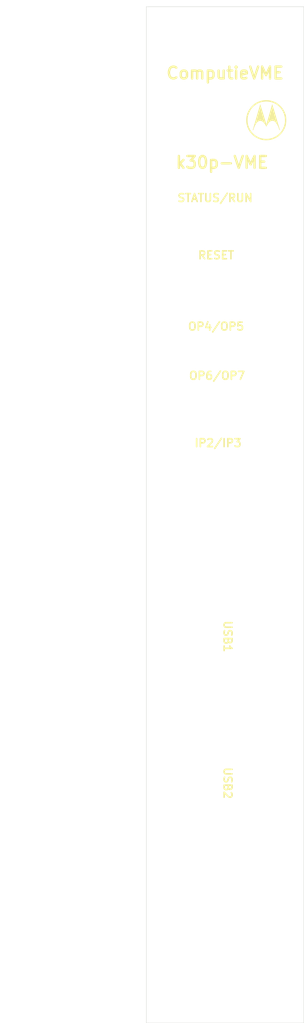
<source format=kicad_pcb>
(kicad_pcb (version 20240108) (generator "pcbnew") (generator_version "8.0")
  (layers (0 "F.Cu" signal) (31 "B.Cu" signal) (34 "B.Paste" user) (35 "F.Paste" user) (36 "B.SilkS" user "B.Silkscreen") (37 "F.SilkS" user "F.Silkscreen") (38 "B.Mask" user) (39 "F.Mask" user) (44 "Edge.Cuts" user))
  (net 0 "")
  (footprint "" (layer "F.Cu") (at 85.09 73.269)
    (property "Reference" "" (at 0 0 0) (layer "F.SilkS") (effects (font (size 1.27 1.27))))
    (property "Value" "")
    (pad "" np_thru_hole oval (at 0 0) (size 9 4.5) (drill oval 9 4.5) (layers "F&B.Cu" "*.Mask"))
  )
  (footprint "" (layer "F.Cu") (at 85.09 87.529)
    (property "Reference" "" (at 0 0 0) (layer "F.SilkS") (effects (font (size 1.27 1.27))))
    (property "Value" "")
    (pad "" np_thru_hole oval (at 0 0) (size 9 3.3) (drill oval 9 3.3) (layers "F&B.Cu" "*.Mask"))
  )
  (footprint "clipboard:a6ef016d-fb2c-424c-b34c-1f3124658b43" (layer "F.Cu") (at 81.407 108.458)
    (property "Reference" "" (at 0 0 0) (layer "F.SilkS") (effects (font (size 1.27 1.27))))
    (property "Value" "")
    (pad "" np_thru_hole circle (at 0 0) (size 2.7 2.7) (drill 2.7) (layers "F&B.Cu" "*.Mask"))
  )
  (footprint "" (layer "F.Cu") (at 81.026 136.271 90)
    (property "Reference" "" (at 0 0 90) (layer "F.SilkS") (effects (font (size 1.27 1.27))))
    (property "Value" "")
    (pad "" np_thru_hole oval (at -0.166 0.794 90) (size 12 7) (drill oval 12 7) (layers "F&B.Cu" "*.Mask"))
  )
  (footprint "Computie_Mechanical:FrontPanel_PlasticCollar_Hole_2.7mm_M2.5_Pair" (layer "F.Cu") (at 76.2 38.1)
    (property "Reference" "REF**" (hide yes))
    (property "Value" "FrontPanel_PlasticCollar_Hole_2.7mm_M2.5_Pair")
    (pad "" np_thru_hole oval (at 7.62 3) (size 6 3.3) (drill oval 6 3.3) (layers "F&B.Cu" "*.Mask"))
    (pad "" np_thru_hole oval (at 7.62 125.5) (size 6 3.3) (drill oval 6 3.3) (layers "F&B.Cu" "*.Mask"))
  )
  (footprint "Computie_Mechanical:FrontPanel_PCBHolder_MountingHole_2.7mm_M2.5_Pair" (layer "F.Cu") (at 76.2 38.1)
    (property "Reference" "REF**" (hide yes))
    (property "Value" "MountingHole_2.7mm_M2.5")
    (pad "" np_thru_hole circle (at 2.42 114.2) (size 2.7 2.7) (drill 2.7) (layers "F&B.Cu" "*.Mask"))
    (pad "" np_thru_hole circle (at 7.62 14.3) (size 2.7 2.7) (drill 2.7) (layers "F&B.Cu" "*.Mask"))
    (pad "" np_thru_hole circle (at 7.62 114.2) (size 2.7 2.7) (drill 2.7) (layers "F&B.Cu" "*.Mask"))
    (pad "" np_thru_hole circle (at 12.82 114.2) (size 2.7 2.7) (drill 2.7) (layers "F&B.Cu" "*.Mask"))
  )
  (footprint "clipboard:a6ef016d-fb2c-424c-b34c-1f3124658b43" (layer "F.Cu") (at 81.407 126.873)
    (property "Reference" "" (at 0 0 0) (layer "F.SilkS") (effects (font (size 1.27 1.27))))
    (property "Value" "")
    (pad "" np_thru_hole circle (at 0 0) (size 2.7 2.7) (drill 2.7) (layers "F&B.Cu" "*.Mask"))
  )
  (footprint "" (layer "F.Cu") (at 85.09 65.05)
    (property "Reference" "" (at 0 0 0) (layer "F.SilkS") (effects (font (size 1.27 1.27))))
    (property "Value" "")
    (pad "" np_thru_hole oval (at 0 0) (size 9 3.3) (drill oval 9 3.3) (layers "F&B.Cu" "*.Mask"))
  )
  (footprint "" (layer "F.Cu") (at 82.423 118.364 90)
    (property "Reference" "" (at 0 0 90) (layer "F.SilkS") (effects (font (size 1.27 1.27))))
    (property "Value" "")
    (pad "" np_thru_hole oval (at 0.634 -0.603 90) (size 12 7) (drill oval 12 7) (layers "F&B.Cu" "*.Mask"))
  )
  (footprint "" (layer "F.Cu") (at 85.09 96.887)
    (property "Reference" "" (at 0 0 0) (layer "F.SilkS") (effects (font (size 1.27 1.27))))
    (property "Value" "")
    (pad "" np_thru_hole oval (at 0 0) (size 9 4.5) (drill oval 9 4.5) (layers "F&B.Cu" "*.Mask"))
  )
  (footprint "" (layer "F.Cu") (at 85.09 81.306)
    (property "Reference" "" (at 0 0 0) (layer "F.SilkS") (effects (font (size 1.27 1.27))))
    (property "Value" "")
    (pad "" np_thru_hole oval (at 0 0) (size 9 3.3) (drill oval 9 3.3) (layers "F&B.Cu" "*.Mask"))
  )
  (gr_poly (pts (xy 91.687456 49.916746) (xy 91.777898 49.922046) (xy 91.871333 49.929827) (xy 91.949112 49.937596) (xy 92.016064 49.946321) (xy 92.046988 49.951343) (xy 92.077017 49.956967) (xy 92.106754 49.963314) (xy 92.136803 49.970504) (xy 92.200248 49.987897) (xy 92.272184 50.010115) (xy 92.357438 50.038124) (xy 92.491819 50.084644) (xy 92.552003 50.106985) (xy 92.608263 50.129123) (xy 92.661158 50.151367) (xy 92.711249 50.174024) (xy 92.759094 50.197403) (xy 92.805256 50.22181) (xy 92.850292 50.247555) (xy 92.894764 50.274945) (xy 92.93923 50.304288) (xy 92.984252 50.335891) (xy 93.030389 50.370064) (xy 93.0782 50.407114) (xy 93.181088 50.491074) (xy 93.23767 50.5393) (xy 93.291138 50.586669) (xy 93.341718 50.633467) (xy 93.389639 50.67998) (xy 93.435128 50.726495) (xy 93.478412 50.773297) (xy 93.519718 50.820673) (xy 93.559274 50.868908) (xy 93.597307 50.918289) (xy 93.634045 50.969102) (xy 93.669715 51.021632) (xy 93.704545 51.076167) (xy 93.738761 51.132991) (xy 93.772591 51.192391) (xy 93.806262 51.254654) (xy 93.840003 51.320064) (xy 93.875207 51.39167) (xy 93.907471 51.461279) (xy 93.936886 51.52929) (xy 93.963545 51.5961) (xy 93.98754 51.662108) (xy 94.008964 51.727711) (xy 94.02791 51.793306) (xy 94.044469 51.859293) (xy 94.058733 51.926069) (xy 94.070797 51.994031) (xy 94.08075 52.063578) (xy 94.088687 52.135108) (xy 94.0947 52.209018) (xy 94.09888 52.285706) (xy 94.10132 52.365571) (xy 94.102113 52.44901) (xy 94.101231 52.527401) (xy 94.098577 52.60417) (xy 94.094142 52.679365) (xy 94.087916 52.753031) (xy 94.079888 52.825216) (xy 94.070049 52.895966) (xy 94.058389 52.965328) (xy 94.044898 53.033348) (xy 94.029566 53.100073) (xy 94.012382 53.16555) (xy 93.993338 53.229825) (xy 93.972422 53.292945) (xy 93.949625 53.354956) (xy 93.924938 53.415906) (xy 93.898349 53.47584) (xy 93.869849 53.534806) (xy 93.842792 53.587394) (xy 93.815167 53.638815) (xy 93.786951 53.689105) (xy 93.758119 53.738297) (xy 93.728645 53.786428) (xy 93.698504 53.833532) (xy 93.667673 53.879643) (xy 93.636125 53.924796) (xy 93.603837 53.969027) (xy 93.570782 54.012371) (xy 93.536937 54.054861) (xy 93.502277 54.096533) (xy 93.466775 54.137422) (xy 93.430408 54.177562) (xy 93.393151 54.216989) (xy 93.354979 54.255737) (xy 93.30641 54.303288) (xy 93.259247 54.347872) (xy 93.213127 54.389729) (xy 93.167687 54.429102) (xy 93.122563 54.466234) (xy 93.077391 54.501365) (xy 93.031807 54.534739) (xy 92.985448 54.566596) (xy 92.93795 54.597179) (xy 92.888949 54.626729) (xy 92.838082 54.655489) (xy 92.784985 54.683701) (xy 92.729294 54.711607) (xy 92.670646 54.739448) (xy 92.608676 54.767466) (xy 92.543022 54.795904) (xy 92.466224 54.827576) (xy 92.393947 54.855246) (xy 92.32432 54.879455) (xy 92.255468 54.900747) (xy 92.18552 54.919664) (xy 92.1126 54.936749) (xy 92.034836 54.952544) (xy 91.950355 54.967593) (xy 91.91999 54.971807) (xy 91.882606 54.975543) (xy 91.790923 54.981547) (xy 91.683597 54.985541) (xy 91.568918 54.987464) (xy 91.455176 54.987254) (xy 91.35066 54.984848) (xy 91.26366 54.980184) (xy 91.229319 54.976986) (xy 91.202466 54.9732) (xy 91.202467 54.9732) (xy 91.104963 54.954959) (xy 91.018439 54.936972) (xy 90.940214 54.918454) (xy 90.867608 54.898615) (xy 90.79794 54.876669) (xy 90.728527 54.851829) (xy 90.65669 54.823306) (xy 90.579748 54.790314) (xy 90.445918 54.729079) (xy 90.384769 54.699277) (xy 90.327015 54.669719) (xy 90.272323 54.640179) (xy 90.220356 54.610434) (xy 90.17078 54.580257) (xy 90.123258 54.549426) (xy 90.077455 54.517714) (xy 90.033036 54.484896) (xy 89.989665 54.450749) (xy 89.947007 54.415048) (xy 89.904727 54.377567) (xy 89.862489 54.338081) (xy 89.819957 54.296367) (xy 89.776797 54.252198) (xy 89.715002 54.185953) (xy 89.655849 54.118914) (xy 89.599356 54.051107) (xy 89.545538 53.982562) (xy 89.494411 53.913307) (xy 89.445992 53.843369) (xy 89.400297 53.772776) (xy 89.357343 53.701557) (xy 89.317146 53.62974) (xy 89.279721 53.557352) (xy 89.245086 53.484421) (xy 89.213257 53.410977) (xy 89.18425 53.337046) (xy 89.15808 53.262657) (xy 89.134766 53.187838) (xy 89.114322 53.112616) (xy 89.091286 53.018055) (xy 89.072776 52.93397) (xy 89.058349 52.85678) (xy 89.052528 52.819653) (xy 89.04756 52.782908) (xy 89.043391 52.746097) (xy 89.039964 52.708773) (xy 89.035116 52.630798) (xy 89.032573 52.545403) (xy 89.031888 52.44901) (xy 89.032016 52.441954) (xy 89.201118 52.441954) (xy 89.201988 52.521304) (xy 89.204827 52.598126) (xy 89.209725 52.672764) (xy 89.216771 52.745562) (xy 89.226054 52.816866) (xy 89.237664 52.88702) (xy 89.251689 52.956368) (xy 89.26822 53.025255) (xy 89.287345 53.094025) (xy 89.309154 53.163024) (xy 89.333735 53.232596) (xy 89.361178 53.303084) (xy 89.391573 53.374835) (xy 89.425008 53.448192) (xy 89.461573 53.5235) (xy 89.501357 53.601104) (xy 89.533372 53.659655) (xy 89.567419 53.717295) (xy 89.603452 53.773973) (xy 89.641424 53.829639) (xy 89.681289 53.88424) (xy 89.723 53.937727) (xy 89.76651 53.990047) (xy 89.811773 54.041151) (xy 89.858742 54.090986) (xy 89.90737 54.139503) (xy 89.957611 54.186649) (xy 90.009418 54.232375) (xy 90.062745 54.276628) (xy 90.117545 54.319359) (xy 90.173771 54.360515) (xy 90.231377 54.400046) (xy 90.305629 54.448287) (xy 90.377608 54.492795) (xy 90.447753 54.533725) (xy 90.516506 54.571234) (xy 90.584305 54.605475) (xy 90.65159 54.636606) (xy 90.718801 54.664782) (xy 90.786379 54.690158) (xy 90.854763 54.712891) (xy 90.924392 54.733135) (xy 90.995708 54.751047) (xy 91.069149 54.766782) (xy 91.145156 54.780496) (xy 91.224168 54.792344) (xy 91.306625 54.802482) (xy 91.392968 54.811066) (xy 91.438611 54.813252) (xy 91.501337 54.81366) (xy 91.575892 54.812492) (xy 91.657021 54.809949) (xy 91.739471 54.806232) (xy 91.817988 54.801541) (xy 91.887317 54.796079) (xy 91.942205 54.790046) (xy 91.942204 54.790046) (xy 92.047835 54.772451) (xy 92.153915 54.74849) (xy 92.260048 54.718401) (xy 92.365839 54.682419) (xy 92.470895 54.640781) (xy 92.574821 54.593724) (xy 92.677222 54.541484) (xy 92.777704 54.484297) (xy 92.875873 54.4224) (xy 92.971333 54.35603) (xy 93.063692 54.285423) (xy 93.152553 54.210815) (xy 93.237522 54.132442) (xy 93.318206 54.050543) (xy 93.394209 53.965352) (xy 93.465138 53.877106) (xy 93.494499 53.836912) (xy 93.524193 53.79316) (xy 93.554019 53.74627) (xy 93.583779 53.696659) (xy 93.613273 53.644748) (xy 93.6423 53.590955) (xy 93.670662 53.535699) (xy 93.69816 53.479399) (xy 93.724593 53.422473) (xy 93.749762 53.365341) (xy 93.773467 53.308422) (xy 93.79551 53.252134) (xy 93.81569 53.196897) (xy 93.833808 53.143129) (xy 93.849664 53.091249) (xy 93.86306 53.041676) (xy 93.882248 52.962006) (xy 93.89776 52.889777) (xy 93.909942 52.822066) (xy 93.914891 52.788992) (xy 93.919137 52.755952) (xy 93.922722 52.72258) (xy 93.92569 52.688512) (xy 93.929946 52.616823) (xy 93.93225 52.537963) (xy 93.932945 52.44901) (xy 93.931956 52.372401) (xy 93.928939 52.297504) (xy 93.923843 52.224107) (xy 93.916613 52.151999) (xy 93.907195 52.080968) (xy 93.895536 52.010803) (xy 93.881582 51.941291) (xy 93.865279 51.872222) (xy 93.846574 51.803383) (xy 93.825412 51.734563) (xy 93.801741 51.665551) (xy 93.775507 51.596134) (xy 93.746654 51.526101) (xy 93.715131 51.455241) (xy 93.680884 51.383341) (xy 93.643857 51.310191) (xy 93.614013 51.25463) (xy 93.583194 51.200819) (xy 93.551283 51.148624) (xy 93.51816 51.097909) (xy 93.483708 51.048541) (xy 93.44781 51.000383) (xy 93.410346 50.953302) (xy 93.3712 50.907163) (xy 93.330252 50.86183) (xy 93.287385 50.817169) (xy 93.242481 50.773046) (xy 93.195421 50.729325) (xy 93.146088 50.685871) (xy 93.094364 50.64255) (xy 93.040131 50.599227) (xy 92.98327 50.555766) (xy 92.928127 50.515485) (xy 92.873185 50.477368) (xy 92.818302 50.441352) (xy 92.763339 50.407374) (xy 92.708153 50.375372) (xy 92.652604 50.345281) (xy 92.596551 50.317038) (xy 92.539854 50.290581) (xy 92.48237 50.265846) (xy 92.42396 50.24277) (xy 92.364482 50.22129) (xy 92.303795 50.201343) (xy 92.241759 50.182865) (xy 92.178233 50.165793) (xy 92.113075 50.150065) (xy 92.046145 50.135616) (xy 91.968972 50.120908) (xy 91.893412 50.108616) (xy 91.819173 50.098755) (xy 91.74596 50.091342) (xy 91.673483 50.08639) (xy 91.601447 50.083917) (xy 91.52956 50.083936) (xy 91.457528 50.086463) (xy 91.38506 50.091515) (xy 91.311861 50.099105) (xy 91.237639 50.10925) (xy 91.162102 50.121965) (xy 91.084955 50.137265) (xy 91.005907 50.155165) (xy 90.924665 50.175681) (xy 90.840934 50.198829) (xy 90.764929 50.221732) (xy 90.695616 50.244993) (xy 90.662932 50.257003) (xy 90.631279 50.269398) (xy 90.600441 50.282276) (xy 90.570204 50.295736) (xy 90.540354 50.309875) (xy 90.510677 50.324793) (xy 90.480958 50.340588) (xy 90.450984 50.357358) (xy 90.389409 50.394217) (xy 90.324239 50.436159) (xy 90.246022 50.489163) (xy 90.172138 50.541734) (xy 90.10236 50.594115) (xy 90.036465 50.64655) (xy 89.974228 50.699284) (xy 89.915424 50.752561) (xy 89.859829 50.806625) (xy 89.807219 50.861721) (xy 89.757368 50.918094) (xy 89.710052 50.975986) (xy 89.665047 51.035644) (xy 89.622127 51.09731) (xy 89.58107 51.16123) (xy 89.541648 51.227647) (xy 89.50364 51.296806) (xy 89.466818 51.368951) (xy 89.423931 51.458189) (xy 89.386825 51.540429) (xy 89.354678 51.618022) (xy 89.326667 51.693322) (xy 89.30197 51.768679) (xy 89.279762 51.846447) (xy 89.259222 51.928976) (xy 89.239526 52.018621) (xy 89.228505 52.073486) (xy 89.219772 52.12215) (xy 89.213074 52.167434) (xy 89.208152 52.212162) (xy 89.204752 52.259155) (xy 89.202617 52.311237) (xy 89.201491 52.371229) (xy 89.201118 52.441954) (xy 89.032016 52.441954) (xy 89.033858 52.340101) (xy 89.039606 52.233739) (xy 89.049199 52.12972) (xy 89.062706 52.027842) (xy 89.080196 51.927902) (xy 89.101738 51.829697) (xy 89.127399 51.733023) (xy 89.157248 51.637679) (xy 89.191354 51.54346) (xy 89.229785 51.450164) (xy 89.27261 51.357588) (xy 89.319897 51.265529) (xy 89.371714 51.173784) (xy 89.42813 51.08215) (xy 89.489214 50.990424) (xy 89.555034 50.898403) (xy 89.586683 50.857245) (xy 89.621642 50.814782) (xy 89.659554 50.771336) (xy 89.700062 50.727227) (xy 89.742811 50.682779) (xy 89.787444 50.638311) (xy 89.833606 50.594145) (xy 89.880939 50.550602) (xy 89.929088 50.508005) (xy 89.977696 50.466674) (xy 90.026407 50.426931) (xy 90.074866 50.389097) (xy 90.122714 50.353493) (xy 90.169598 50.320441) (xy 90.215159 50.290263) (xy 90.259042 50.263279) (xy 90.298637 50.240788) (xy 90.341437 50.218009) (xy 90.434968 50.172236) (xy 90.536277 50.127261) (xy 90.642004 50.084387) (xy 90.748789 50.044914) (xy 90.853273 50.010145) (xy 90.952096 49.981382) (xy 90.998336 49.96966) (xy 91.0419 49.959927) (xy 91.12022 49.945941) (xy 91.206802 49.934374) (xy 91.29947 49.925338) (xy 91.396046 49.918945) (xy 91.494353 49.915308) (xy 91.592216 49.914537)) (stroke (width -0.000001)) (fill solid) (layer "F.SilkS"))
  (gr_poly (pts (xy 92.319257 50.426847) (xy 92.322026 50.431121) (xy 92.322947 50.4314) (xy 92.323989 50.432229) (xy 92.325149 50.4336) (xy 92.326423 50.435502) (xy 92.329302 50.440858) (xy 92.3326 50.44822) (xy 92.336293 50.457506) (xy 92.340355 50.468638) (xy 92.344762 50.481536) (xy 92.349487 50.49612) (xy 92.359794 50.53003) (xy 92.371075 50.569729) (xy 92.383127 50.614583) (xy 92.395749 50.663954) (xy 92.405528 50.699788) (xy 92.421731 50.755632) (xy 92.442107 50.823845) (xy 92.464403 50.896787) (xy 92.597583 51.327176) (xy 92.676279 51.587394) (xy 92.755076 51.856343) (xy 92.970685 52.597232) (xy 93.137855 53.154566) (xy 93.190998 53.325102) (xy 93.221418 53.425586) (xy 93.231834 53.462355) (xy 93.241041 53.496968) (xy 93.261789 53.580199) (xy 93.292461 53.704899) (xy 93.255581 53.704899) (xy 93.249597 53.704772) (xy 93.246823 53.704593) (xy 93.244184 53.704319) (xy 93.241669 53.703935) (xy 93.23927 53.703429) (xy 93.236977 53.702785) (xy 93.234782 53.701991) (xy 93.232676 53.701033) (xy 93.230649 53.699896) (xy 93.228692 53.698568) (xy 93.226797 53.697034) (xy 93.224954 53.69528) (xy 93.223153 53.693294) (xy 93.221387 53.69106) (xy 93.219646 53.688565) (xy 93.217921 53.685796) (xy 93.216202 53.682739) (xy 93.214481 53.679379) (xy 93.212749 53.675704) (xy 93.210997 53.671699) (xy 93.209215 53.667351) (xy 93.207394 53.662645) (xy 93.205526 53.657568) (xy 93.201611 53.646247) (xy 93.197396 53.633276) (xy 93.192809 53.618546) (xy 93.187778 53.601947) (xy 93.175772 53.561048) (xy 93.165939 53.525796) (xy 93.159296 53.499952) (xy 93.157487 53.491734) (xy 93.156856 53.487279) (xy 93.155738 53.48129) (xy 93.15254 53.470602) (xy 93.14083 53.437423) (xy 93.123586 53.392327) (xy 93.102666 53.339896) (xy 93.079931 53.284713) (xy 93.057239 53.231361) (xy 93.036449 53.184423) (xy 93.019419 53.148481) (xy 92.996613 53.106359) (xy 92.963334 53.04905) (xy 92.922994 52.982021) (xy 92.879006 52.910739) (xy 92.834781 52.84067) (xy 92.793731 52.777283) (xy 92.759268 52.726044) (xy 92.734804 52.69242) (xy 92.730346 52.687262) (xy 92.724902 52.681711) (xy 92.718533 52.67581) (xy 92.711302 52.669602) (xy 92.70327 52.663129) (xy 92.694501 52.656433) (xy 92.685056 52.649558) (xy 92.674997 52.642545) (xy 92.664387 52.635436) (xy 92.653288 52.628276) (xy 92.641762 52.621105) (xy 92.629871 52.613966) (xy 92.617677 52.606903) (xy 92.605243 52.599956) (xy 92.59263 52.59317) (xy 92.579902 52.586586) (xy 92.54305 52.568203) (xy 92.527171 52.560611) (xy 92.512656 52.553996) (xy 92.499257 52.548293) (xy 92.486724 52.543435) (xy 92.474807 52.539357) (xy 92.463257 52.535993) (xy 92.451825 52.533276) (xy 92.44026 52.531141) (xy 92.428313 52.529522) (xy 92.415736 52.528352) (xy 92.402278 52.527565) (xy 92.387689 52.527096) (xy 92.354124 52.526847) (xy 92.331147 52.527312) (xy 92.308863 52.528637) (xy 92.287135 52.530876) (xy 92.265821 52.534085) (xy 92.244782 52.538318) (xy 92.223879 52.543629) (xy 92.202971 52.550073) (xy 92.181918 52.557704) (xy 92.160581 52.566577) (xy 92.138821 52.576746) (xy 92.116496 52.588266) (xy 92.093468 52.601192) (xy 92.069597 52.615577) (xy 92.044742 52.631477) (xy 92.018764 52.648946) (xy 91.991524 52.668038) (xy 91.978663 52.67741) (xy 91.966439 52.686746) (xy 91.954751 52.696157) (xy 91.943501 52.705756) (xy 91.932587 52.715654) (xy 91.921912 52.725964) (xy 91.911375 52.736797) (xy 91.900877 52.748265) (xy 91.890318 52.760481) (xy 91.879599 52.773556) (xy 91.86862 52.787603) (xy 91.857282 52.802733) (xy 91.845484 52.819058) (xy 91.833128 52.836691) (xy 91.820114 52.855742) (xy 91.806342 52.876325) (xy 91.785945 52.907737) (xy 91.764717 52.941626) (xy 91.74328 52.976925) (xy 91.722256 53.012563) (xy 91.702267 53.04747) (xy 91.683934 53.080578) (xy 91.667879 53.110816) (xy 91.654725 53.137114) (xy 91.643157 53.160462) (xy 91.631647 53.182244) (xy 91.620499 53.201982) (xy 91.610016 53.219201) (xy 91.600501 53.233423) (xy 91.596202 53.239261) (xy 91.592258 53.244172) (xy 91.588708 53.248095) (xy 91.58559 53.250971) (xy 91.582941 53.25274) (xy 91.581804 53.253191) (xy 91.580799 53.253343) (xy 91.579795 53.2532) (xy 91.578661 53.252774) (xy 91.577401 53.252074) (xy 91.576021 53.251106) (xy 91.574525 53.249876) (xy 91.572918 53.248393) (xy 91.569389 53.244693) (xy 91.565472 53.240061) (xy 91.561204 53.234554) (xy 91.556622 53.228228) (xy 91.551765 53.221139) (xy 91.54667 53.213343) (xy 91.541374 53.204898) (xy 91.535915 53.195858) (xy 91.530331 53.186279) (xy 91.524659 53.17622) (xy 91.518937 53.165734) (xy 91.513203 53.154879) (xy 91.507494 53.143711) (xy 91.490712 53.111223) (xy 91.473108 53.078845) (xy 91.454766 53.046693) (xy 91.435771 53.014883) (xy 91.416206 52.983531) (xy 91.396156 52.952754) (xy 91.375705 52.922667) (xy 91.354937 52.893386) (xy 91.333936 52.865029) (xy 91.312786 52.837711) (xy 91.291572 52.811547) (xy 91.270378 52.786655) (xy 91.249288 52.763151) (xy 91.228385 52.74115) (xy 91.207755 52.720769) (xy 91.187482 52.702123) (xy 91.14259 52.664679) (xy 91.097866 52.63186) (xy 91.075565 52.617185) (xy 91.053304 52.603666) (xy 91.031082 52.591303) (xy 91.008899 52.580097) (xy 90.986755 52.570047) (xy 90.964648 52.561152) (xy 90.942578 52.553414) (xy 90.920545 52.546832) (xy 90.898548 52.541406) (xy 90.876586 52.537135) (xy 90.854659 52.534021) (xy 90.832766 52.532062) (xy 90.810907 52.531259) (xy 90.789081 52.531612) (xy 90.767287 52.533121) (xy 90.745525 52.535786) (xy 90.723795 52.539606) (xy 90.702096 52.544582) (xy 90.680426 52.550713) (xy 90.658787 52.558) (xy 90.637176 52.566443) (xy 90.615594 52.576041) (xy 90.59404 52.586794) (xy 90.572513 52.598703) (xy 90.551013 52.611767) (xy 90.529539 52.625987) (xy 90.486667 52.657892) (xy 90.464771 52.675531) (xy 90.444881 52.69192) (xy 90.426751 52.707358) (xy 90.410135 52.722141) (xy 90.394785 52.736569) (xy 90.380454 52.750939) (xy 90.366896 52.765549) (xy 90.353865 52.780697) (xy 90.341112 52.796682) (xy 90.328392 52.8138) (xy 90.315458 52.83235) (xy 90.302063 52.85263) (xy 90.28796 52.874939) (xy 90.272902 52.899573) (xy 90.238935 52.95701) (xy 90.186178 53.050468) (xy 90.138031 53.141997) (xy 90.094597 53.231352) (xy 90.05598 53.318289) (xy 90.022285 53.402562) (xy 89.993613 53.483926) (xy 89.981194 53.52344) (xy 89.97007 53.562135) (xy 89.960253 53.59998) (xy 89.951758 53.636945) (xy 89.947053 53.657885) (xy 89.944861 53.666522) (xy 89.942692 53.674041) (xy 89.94048 53.680517) (xy 89.938162 53.686027) (xy 89.936944 53.688445) (xy 89.935674 53.690649) (xy 89.934347 53.69265) (xy 89.932953 53.694458) (xy 89.931484 53.696082) (xy 89.929933 53.697532) (xy 89.928291 53.698817) (xy 89.926551 53.699947) (xy 89.924704 53.700931) (xy 89.922742 53.70178) (xy 89.920659 53.702502) (xy 89.918444 53.703107) (xy 89.913592 53.704006) (xy 89.908121 53.704553) (xy 89.901968 53.704825) (xy 89.895069 53.704899) (xy 89.889087 53.704838) (xy 89.883707 53.704645) (xy 89.878907 53.704305) (xy 89.874669 53.703806) (xy 89.870972 53.703133) (xy 89.867797 53.702271) (xy 89.866399 53.701765) (xy 89.865125 53.701207) (xy 89.86397 53.700595) (xy 89.862934 53.699927) (xy 89.862014 53.699201) (xy 89.861207 53.698416) (xy 89.86051 53.69757) (xy 89.859922 53.696661) (xy 89.859439 53.695687) (xy 89.85906 53.694647) (xy 89.858781 53.693539) (xy 89.858601 53.69236) (xy 89.858517 53.69111) (xy 89.858526 53.689787) (xy 89.858815 53.686912) (xy 89.859448 53.683723) (xy 89.860405 53.680205) (xy 89.860404 53.680204) (xy 90.327578 52.06801) (xy 90.795481 50.453517) (xy 90.796667 50.449743) (xy 90.797803 50.446432) (xy 90.798898 50.443579) (xy 90.799965 50.441181) (xy 90.80049 50.440151) (xy 90.801012 50.439233) (xy 90.801531 50.438428) (xy 90.80205 50.437733) (xy 90.802569 50.437149) (xy 90.80309 50.436676) (xy 90.803613 50.436312) (xy 90.804141 50.436058) (xy 90.804674 50.435912) (xy 90.805214 50.435875) (xy 90.805762 50.435946) (xy 90.806319 50.436124) (xy 90.806887 50.436409) (xy 90.807467 50.436801) (xy 90.80806 50.437298) (xy 90.808667 50.437901) (xy 90.80929 50.438608) (xy 90.80993 50.439421) (xy 90.811267 50.441357) (xy 90.812687 50.443705) (xy 90.814201 50.446461) (xy 90.848223 50.554147) (xy 90.933068 50.832612) (xy 91.204054 51.733021) (xy 91.472856 52.624421) (xy 91.586473 52.98891) (xy 91.943382 51.729343) (xy 92.283676 50.531139) (xy 92.316036 50.428058) (xy 92.318087 50.425451)) (stroke (width -0.000001)) (fill solid) (layer "F.SilkS"))
  (gr_rect (start 76.4 38.1) (end 96.32 166.6) (stroke (width 0.05)) (fill none) (layer "Edge.Cuts"))
  (gr_text "OP6/OP7" (at 85.344 85.344 0) (layer "F.SilkS") (effects (font (size 1 1) (thickness 0.2) (bold yes)) (justify bottom)))
  (gr_text "RESET" (at 85.217 70.104 0) (layer "F.SilkS") (effects (font (size 1 1) (thickness 0.2) (bold yes)) (justify bottom)))
  (gr_text "IP2/IP3" (at 85.471 93.853 0) (layer "F.SilkS") (effects (font (size 1 1) (thickness 0.2) (bold yes)) (justify bottom)))
  (gr_text "k30p-VME" (at 85.979 58.674 0) (layer "F.SilkS") (effects (font (size 1.5 1.5) (thickness 0.3) (bold yes)) (justify bottom)))
  (gr_text "ComputieVME\n" (at 86.36 47.371 0) (layer "F.SilkS") (effects (font (size 1.5 1.5) (thickness 0.3) (bold yes)) (justify bottom)))
  (gr_text "OP4/OP5" (at 85.217 79.121 0) (layer "F.SilkS") (effects (font (size 1 1) (thickness 0.2) (bold yes)) (justify bottom)))
  (gr_text "USB1" (at 86.106 117.73 270) (layer "F.SilkS") (effects (font (size 1 1) (thickness 0.2) (bold yes)) (justify bottom)))
  (gr_text "STATUS/RUN" (at 85.09 62.865 0) (layer "F.SilkS") (effects (font (size 1 1) (thickness 0.2) (bold yes)) (justify bottom)))
  (gr_text "USB2" (at 86.106 136.271 270) (layer "F.SilkS") (effects (font (size 1 1) (thickness 0.2) (bold yes)) (justify bottom)))
)
</source>
